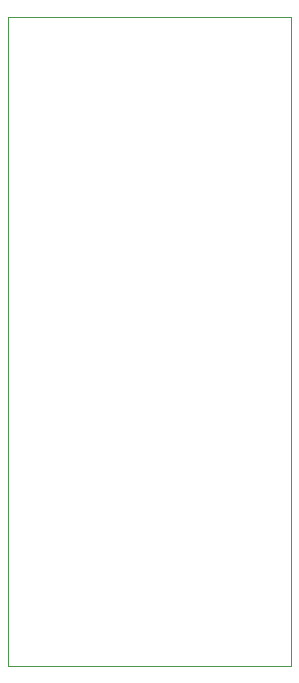
<source format=gbr>
%TF.GenerationSoftware,KiCad,Pcbnew,(6.0.7)*%
%TF.CreationDate,2023-12-15T10:10:15-08:00*%
%TF.ProjectId,NiceView-BKB-Mount,4e696365-5669-4657-972d-424b422d4d6f,rev?*%
%TF.SameCoordinates,Original*%
%TF.FileFunction,Profile,NP*%
%FSLAX46Y46*%
G04 Gerber Fmt 4.6, Leading zero omitted, Abs format (unit mm)*
G04 Created by KiCad (PCBNEW (6.0.7)) date 2023-12-15 10:10:15*
%MOMM*%
%LPD*%
G01*
G04 APERTURE LIST*
%TA.AperFunction,Profile*%
%ADD10C,0.100000*%
%TD*%
G04 APERTURE END LIST*
D10*
X122500000Y-40750000D02*
X146500000Y-40750000D01*
X146500000Y-40750000D02*
X146500000Y-95750000D01*
X146500000Y-95750000D02*
X122500000Y-95750000D01*
X122500000Y-95750000D02*
X122500000Y-40750000D01*
M02*

</source>
